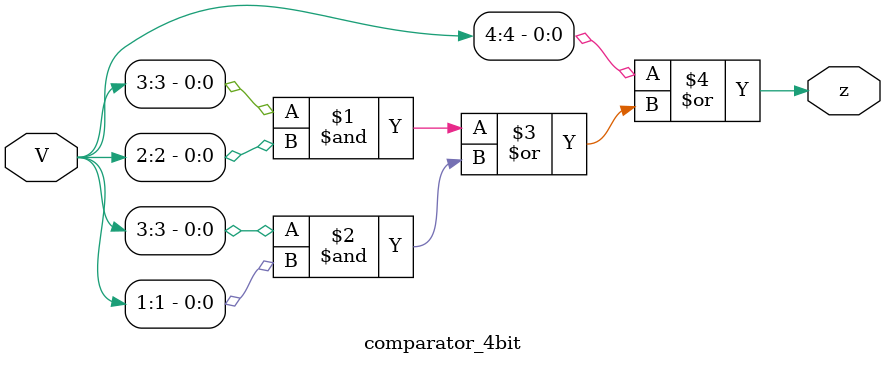
<source format=v>
module L4part5(A1,A0,B1,B0,LEDG,LEDR,HEX7, HEX6, HEX5, HEX4, HEX2, HEX1, HEX0);
	input [3:0] A1,A0,B1,B0;
	output [8:0] LEDG;
	output [17:0] LEDR = 0;
	output [0:6] HEX7, HEX6, HEX5, HEX4, HEX2, HEX1, HEX0;
	
	display_7seg h0(A1,HEX7);
	display_7seg h1(A0,HEX6);
	display_7seg h2(B1,HEX5);
	display_7seg h3(B0,HEX4);
	
	wire e1, e2, e3, e4;

  comparator_3bit C0 (B0, e1);
  comparator_3bit C1 (B1, e2);
  comparator_3bit C2 (A0, e3);
  comparator_3bit C3 (A1, e4);
  
  assign LEDG[8] = e1 | e2 | e3 | e4;
  
  wire c1, c2, c3;
  wire [4:0] S0;

  FA FA0 (A0[0], B0[0], 0, S0[0], c1);
  FA FA1 (A0[1], B0[1], c1, S0[1], c2);
  FA FA2 (A0[2], B0[2], c2, S0[2], c3);
  FA FA3 (A0[3], B0[3], c3, S0[3], S0[4]);

  assign LEDG[3:0] = S0[3:0];
  
  wire z0;
  wire [3:0] T0, M0;

  comparator_4bit C4 (S0[4:0], z0);
  circuitA a0 (S0[3:0], T0);
  mux m0 (z0, S0[3:0], T0, M0);
  //circuitB BB (z, HEX1);
  display_7seg H0 (M0, HEX0);

  wire c4, c5, c6;
  wire [4:0] S1;

  FA FA4 (A1[0], B1[0], z0, S1[0], c4);
  FA FA5 (A1[1], B1[1], c4, S1[1], c5);
  FA FA6 (A1[2], B1[2], c5, S1[2], c6);
  FA FA7 (A1[3], B1[3], c6, S1[3], S1[4]);

  assign LEDG[7:4] = S1[3:0];

  wire z1;
  wire [3:0] T1, M1;

  comparator_4bit C5 (S1[4:0], z1);
  circuitA a1 (S1[3:0], T1);
  mux m1 (z1, S1[3:0], T1, M1);
  circuitB b (z1, HEX2);
  display_7seg H1 (M1, HEX1);
  
endmodule

module circuitB (z, HEX);

  input z;
  output [0:6] HEX;

  assign HEX = (z == 1'b0) ? 7'b0000001:7'b1001111;
  
endmodule


module circuitA (V, A);
  input [3:0] V;
  output [3:0] A;

  assign A[0] = V[0];
  assign A[1] = ~V[1];
  assign A[2] = (~V[3] & ~V[1]) | (V[2] & V[1]);
  assign A[3] = (~V[3] & V[1]);
  
endmodule

module mux(z,U,V,M);

 //if z = 0 U z = 1 V
 input z;
 input [3:0]U,V;
 output [3:0]M;
 
// assign M = (z == 1'b0) ? U: V;
 assign M[0] = (z & V[0]) | (~z & U[0]);
 assign M[1] = (z & V[1]) | (~z & U[1]);
 assign M[2] = (z & V[2]) | (~z & U[2]);
 assign M[3] = (z & V[3]) | (~z & U[3]);

endmodule


module display_7seg(sw,HEX);

	input[3:0] sw;
	output [0:6]HEX;
	
	assign HEX = (sw == 4'b0000) ? 7'b0000001: //0
					 (sw == 4'b0001) ? 7'b1001111: //1
					 (sw == 4'b0010) ? 7'b0010010: //2
					 (sw == 4'b0011) ? 7'b0000110: //3
					 (sw == 4'b0100) ? 7'b1001100: //4
					 (sw == 4'b0101) ? 7'b0100100: //5
					 (sw == 4'b0110) ? 7'b0100000: //6
					 (sw == 4'b0111) ? 7'b0001101: //7
					 (sw == 4'b1000) ? 7'b0000000: //8
					 (sw == 4'b1001) ? 7'b0000100: //9
											 7'b1111111;
	
endmodule


module FA(a,b,cin,s,cout);

	input a,b,cin;
	output s,cout;
	
	assign cout = (b & cin) | (a & cin) | (a & b);
	assign s = a ^ b ^ cin;

endmodule

module comparator_3bit (V, z);

  input [3:0] V;
  output z;

  assign z = (V[3] & (V[2] | V[1]));
  
endmodule

module comparator_4bit (V, z);

  input [4:0] V;
  output z;

  assign z = V[4] | ((V[3] & V[2]) | (V[3] & V[1]));
  
endmodule



</source>
